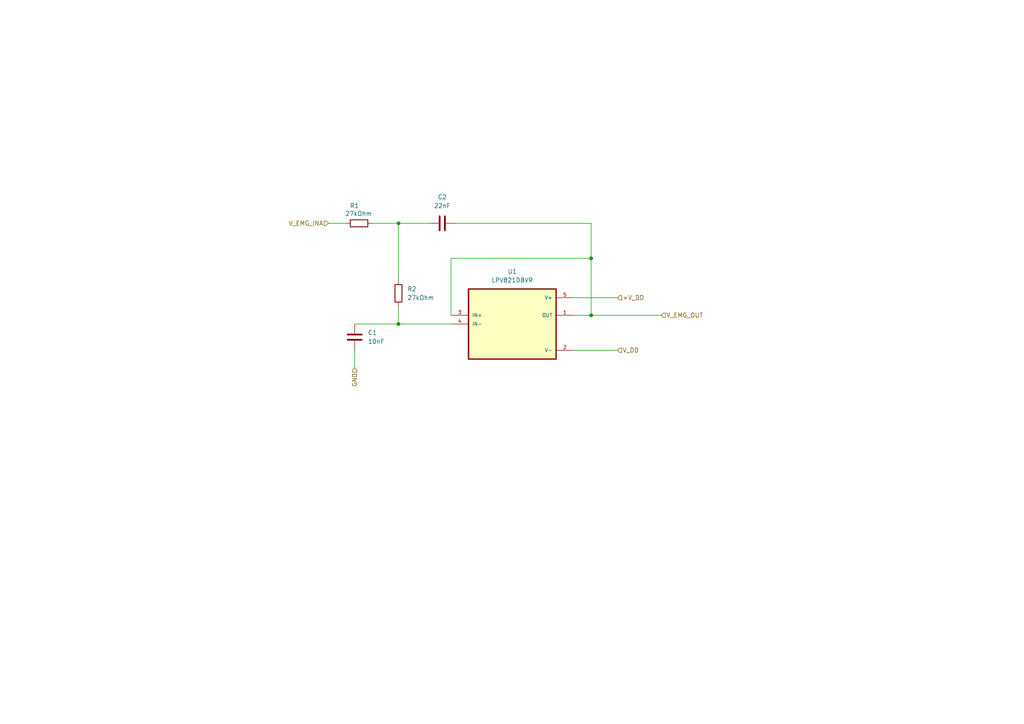
<source format=kicad_sch>
(kicad_sch (version 20231120) (generator "eeschema") (generator_version "8.0")
  (paper "A4")
  (lib_symbols
    (symbol "Device:C" (pin_numbers hide) (pin_names (offset 0.254))
      (property "Reference" "C" (at 0.635 2.54 0))
      (property "Value" "C" (at 0.635 -2.54 0))
      (symbol "C_0_1"
        (polyline (pts (xy -2.032 -0.762) (xy 2.032 -0.762)) (stroke (width 0.508)))
        (polyline (pts (xy -2.032 0.762) (xy 2.032 0.762)) (stroke (width 0.508)))
      )
      (symbol "C_1_1"
        (pin passive line (at 0 3.81 270) (length 2.794) (name "~") (number "1"))
        (pin passive line (at 0 -3.81 90) (length 2.794) (name "~") (number "2"))
      )
    )
    (symbol "Device:R" (pin_numbers hide) (pin_names (offset 0))
      (property "Reference" "R" (at 2.032 0 90))
      (property "Value" "R" (at 0 0 90))
      (symbol "R_0_1"
        (rectangle (start -1.016 -2.54) (end 1.016 2.54) (stroke (width 0.254)))
      )
      (symbol "R_1_1"
        (pin passive line (at 0 3.81 270) (length 1.27) (name "~") (number "1"))
        (pin passive line (at 0 -3.81 90) (length 1.27) (name "~") (number "2"))
      )
    )
    (symbol "LPV821DBVR:LPV821DBVR" (pin_names (offset 1.016))
      (property "Reference" "U" (at -12.7 11.1506 0))
      (property "Value" "LPV821DBVR" (at -12.7 -14.1478 0))
      (symbol "LPV821DBVR_0_0"
        (rectangle (start -12.7 -10.16) (end 12.7 10.16) (stroke (width 0.4064)) (fill (type background)))
        (pin output line (at 17.78 2.54 180) (length 5.08) (name "OUT") (number "1"))
        (pin power_in line (at 17.78 -7.62 180) (length 5.08) (name "V-") (number "2"))
        (pin input line (at -17.78 2.54 0) (length 5.08) (name "IN+") (number "3"))
        (pin input line (at -17.78 0 0) (length 5.08) (name "IN-") (number "4"))
        (pin power_in line (at 17.78 7.62 180) (length 5.08) (name "V+") (number "5"))
      )
    )
  )
  (junction (at 171.45 74.93))
  (junction (at 171.45 91.44))
  (junction (at 115.57 64.77))
  (junction (at 115.57 93.98))
  (wire (pts (xy 102.87 101.6) (xy 102.87 106.68)))
  (wire (pts (xy 115.57 64.77) (xy 124.46 64.77)))
  (wire (pts (xy 171.45 91.44) (xy 191.77 91.44)))
  (wire (pts (xy 166.37 101.6) (xy 179.07 101.6)))
  (wire (pts (xy 107.95 64.77) (xy 115.57 64.77)))
  (wire (pts (xy 115.57 93.98) (xy 130.81 93.98)))
  (wire (pts (xy 166.37 86.36) (xy 179.07 86.36)))
  (wire (pts (xy 171.45 74.93) (xy 171.45 91.44)))
  (wire (pts (xy 132.08 64.77) (xy 171.45 64.77)))
  (wire (pts (xy 171.45 64.77) (xy 171.45 74.93)))
  (wire (pts (xy 95.25 64.77) (xy 100.33 64.77)))
  (wire (pts (xy 115.57 93.98) (xy 115.57 88.9)))
  (wire (pts (xy 130.81 91.44) (xy 130.81 74.93)))
  (wire (pts (xy 102.87 93.98) (xy 115.57 93.98)))
  (wire (pts (xy 171.45 91.44) (xy 166.37 91.44)))
  (wire (pts (xy 115.57 64.77) (xy 115.57 81.28)))
  (wire (pts (xy 130.81 74.93) (xy 171.45 74.93)))
  (hierarchical_label "V_DD" (shape input) (at 179.07 101.6 0))
  (hierarchical_label "V_EMG_OUT" (shape input) (at 191.77 91.44 0))
  (hierarchical_label "GND" (shape input) (at 102.87 106.68 270))
  (hierarchical_label "+V_DD" (shape input) (at 179.07 86.36 0))
  (hierarchical_label "V_EMG_INA" (shape input) (at 95.25 64.77 180))
  (symbol (lib_id "Device:C") (at 128.27 64.77 90) (unit 1)
    (property "Reference" "C2" (at 128.27 57.15 90))
    (property "Value" "22nF" (at 128.27 59.69 90))
    (property "Footprint" "Capacitor_SMD:C_0201_0603Metric" (effects (hide yes)))
    (property "Description" "Unpolarized capacitor" (effects (hide yes)))
  )
  (symbol (lib_id "Device:R") (at 115.57 85.09 0) (unit 1)
    (property "Reference" "R2" (at 118.11 83.8199 0) (effects (justify left)))
    (property "Value" "27kOhm" (at 118.11 86.3599 0) (effects (justify left)))
    (property "Footprint" "Resistor_SMD:R_0201_0603Metric" (effects (hide yes)))
    (property "Description" "Resistor" (effects (hide yes)))
  )
  (symbol (lib_id "Device:C") (at 102.87 97.79 0) (unit 1)
    (property "Reference" "C1" (at 106.68 96.5199 0) (effects (justify left)))
    (property "Value" "10nF" (at 106.68 99.0599 0) (effects (justify left)))
    (property "Footprint" "Capacitor_SMD:C_0201_0603Metric" (effects (hide yes)))
    (property "Description" "Unpolarized capacitor" (effects (hide yes)))
  )
  (symbol (lib_id "Device:R") (at 104.14 64.77 90) (unit 1)
    (property "Reference" "R1" (at 104.14 59.69 90) (effects (justify left)))
    (property "Value" "27kOhm" (at 107.95 61.976 90) (effects (justify left)))
    (property "Footprint" "Resistor_SMD:R_0201_0603Metric" (effects (hide yes)))
    (property "Description" "Resistor" (effects (hide yes)))
  )
  (symbol (lib_id "LPV821DBVR:LPV821DBVR") (at 148.59 93.98 0) (unit 1)
    (property "Reference" "U1" (at 148.59 78.74 0))
    (property "Value" "LPV821DBVR" (at 148.59 81.28 0))
    (property "Footprint" "Components:SOT95P280X145-5N" (effects (hide yes)))
    (property "MF" "Texas Instruments" (effects (hide yes)))
    (property "Description_1" "\\n650nA, Precision Zero-Drift Nanopower Amplifier\\n" (effects (hide yes)))
    (property "Package" "SOT-23-5 Texas Instruments" (effects (hide yes)))
    (property "Price" "None" (effects (hide yes)))
    (property "SnapEDA_Link" "https://www.snapeda.com/parts/LPV821DBVR/Texas+Instruments/view-part/?ref=snap" (effects (hide yes)))
    (property "MP" "LPV821DBVR" (effects (hide yes)))
    (property "Purchase-URL" "https://www.snapeda.com/api/url_track_click_mouser/?unipart_id=2773057&manufacturer=Texas Instruments&part_name=LPV821DBVR&search_term=None" (effects (hide yes)))
    (property "Availability" "In Stock" (effects (hide yes)))
    (property "Check_prices" "https://www.snapeda.com/parts/LPV821DBVR/Texas+Instruments/view-part/?ref=eda" (effects (hide yes)))
  )
)
</source>
